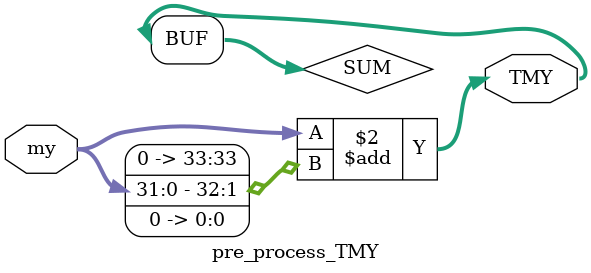
<source format=v>
`timescale 1ns / 1ps
module pre_process_TMY #(parameter WIDTH = 32)(
input [WIDTH-1:0] my,
output [WIDTH+1:0] TMY);

wire [WIDTH+1:0] SUM;

assign SUM=my+(my<<1);
assign TMY = SUM;
endmodule
</source>
